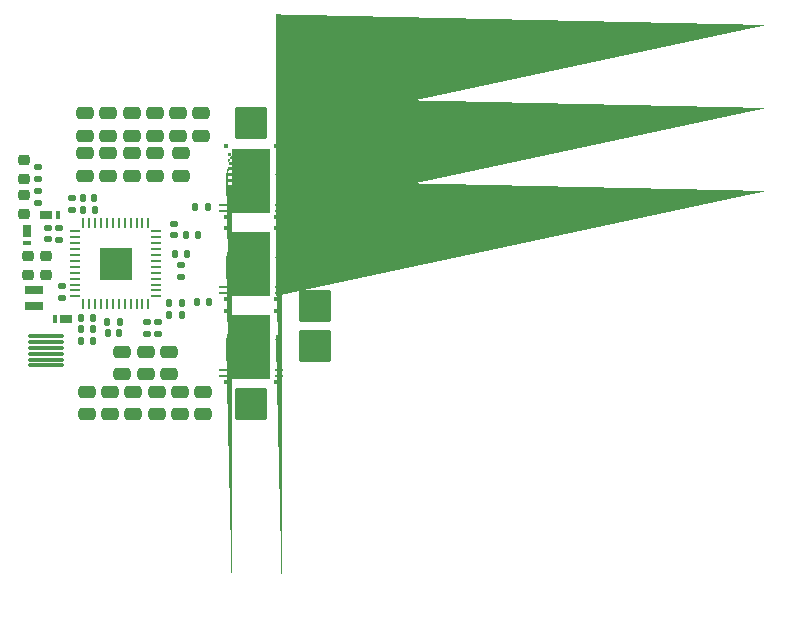
<source format=gbr>
%TF.GenerationSoftware,KiCad,Pcbnew,7.0.7*%
%TF.CreationDate,2023-12-28T18:43:45-05:00*%
%TF.ProjectId,O32controller,4f333263-6f6e-4747-926f-6c6c65722e6b,3*%
%TF.SameCoordinates,Original*%
%TF.FileFunction,Soldermask,Top*%
%TF.FilePolarity,Negative*%
%FSLAX46Y46*%
G04 Gerber Fmt 4.6, Leading zero omitted, Abs format (unit mm)*
G04 Created by KiCad (PCBNEW 7.0.7) date 2023-12-28 18:43:45*
%MOMM*%
%LPD*%
G01*
G04 APERTURE LIST*
G04 Aperture macros list*
%AMRoundRect*
0 Rectangle with rounded corners*
0 $1 Rounding radius*
0 $2 $3 $4 $5 $6 $7 $8 $9 X,Y pos of 4 corners*
0 Add a 4 corners polygon primitive as box body*
4,1,4,$2,$3,$4,$5,$6,$7,$8,$9,$2,$3,0*
0 Add four circle primitives for the rounded corners*
1,1,$1+$1,$2,$3*
1,1,$1+$1,$4,$5*
1,1,$1+$1,$6,$7*
1,1,$1+$1,$8,$9*
0 Add four rect primitives between the rounded corners*
20,1,$1+$1,$2,$3,$4,$5,0*
20,1,$1+$1,$4,$5,$6,$7,0*
20,1,$1+$1,$6,$7,$8,$9,0*
20,1,$1+$1,$8,$9,$2,$3,0*%
%AMFreePoly0*
4,1,78,0.535355,2.120355,0.550000,2.085000,0.550000,1.935000,0.535355,1.899645,0.500000,1.885000,0.150000,1.885000,0.150000,1.635000,0.500000,1.635000,0.535355,1.620355,0.550000,1.585000,0.550000,1.435000,0.535355,1.399645,0.500000,1.385000,0.150000,1.385000,0.150000,1.135000,0.500000,1.135000,0.535355,1.120355,0.550000,1.085000,0.550000,0.935000,0.535355,0.899645,
0.500000,0.885000,0.150000,0.885000,0.150000,0.635000,0.500000,0.635000,0.535355,0.620355,0.550000,0.585000,0.550000,0.435000,0.535355,0.399645,0.500000,0.385000,0.150000,0.385000,0.150000,0.135000,0.500000,0.135000,0.535355,0.120355,0.550000,0.085000,0.550000,-0.065000,0.535355,-0.100355,0.500000,-0.115000,0.150000,-0.115000,0.150000,-0.365000,0.500000,-0.365000,
0.535355,-0.379645,0.550000,-0.415000,0.550000,-0.565000,0.535355,-0.600355,0.500000,-0.615000,0.150000,-0.615000,0.150000,-0.865000,0.500000,-0.865000,0.535355,-0.879645,0.550000,-0.915000,0.550000,-1.065000,0.535355,-1.100355,0.500000,-1.115000,0.150000,-1.115000,0.150000,-1.365000,0.500000,-1.365000,0.535355,-1.379645,0.550000,-1.415000,0.550000,-1.565000,0.535355,-1.600355,
0.500000,-1.615000,0.150000,-1.615000,0.150000,-1.865000,0.500000,-1.865000,0.535355,-1.879645,0.550000,-1.915000,0.550000,-2.065000,0.535355,-2.100355,0.500000,-2.115000,-0.100000,-2.115000,-0.102414,-2.114000,-0.150000,-2.114000,-0.150000,2.114000,-0.137987,2.114000,-0.135355,2.120355,-0.100000,2.135000,0.500000,2.135000,0.535355,2.120355,0.535355,2.120355,$1*%
G04 Aperture macros list end*
%ADD10RoundRect,0.075000X-1.425000X-0.075000X1.425000X-0.075000X1.425000X0.075000X-1.425000X0.075000X0*%
%ADD11RoundRect,0.250000X-0.475000X0.250000X-0.475000X-0.250000X0.475000X-0.250000X0.475000X0.250000X0*%
%ADD12RoundRect,0.250000X0.475000X-0.250000X0.475000X0.250000X-0.475000X0.250000X-0.475000X-0.250000X0*%
%ADD13R,0.385000X0.690000*%
%ADD14R,1.035000X0.690000*%
%ADD15RoundRect,0.269607X-1.105393X-1.105393X1.105393X-1.105393X1.105393X1.105393X-1.105393X1.105393X0*%
%ADD16RoundRect,0.218750X0.256250X-0.218750X0.256250X0.218750X-0.256250X0.218750X-0.256250X-0.218750X0*%
%ADD17RoundRect,0.140000X0.140000X0.170000X-0.140000X0.170000X-0.140000X-0.170000X0.140000X-0.170000X0*%
%ADD18RoundRect,0.225000X0.250000X-0.225000X0.250000X0.225000X-0.250000X0.225000X-0.250000X-0.225000X0*%
%ADD19RoundRect,0.135000X0.135000X0.185000X-0.135000X0.185000X-0.135000X-0.185000X0.135000X-0.185000X0*%
%ADD20RoundRect,0.062500X-0.375000X-0.062500X0.375000X-0.062500X0.375000X0.062500X-0.375000X0.062500X0*%
%ADD21RoundRect,0.062500X-0.062500X-0.375000X0.062500X-0.375000X0.062500X0.375000X-0.062500X0.375000X0*%
%ADD22R,2.800000X2.800000*%
%ADD23RoundRect,0.135000X0.185000X-0.135000X0.185000X0.135000X-0.185000X0.135000X-0.185000X-0.135000X0*%
%ADD24RoundRect,0.140000X-0.170000X0.140000X-0.170000X-0.140000X0.170000X-0.140000X0.170000X0.140000X0*%
%ADD25RoundRect,0.135000X-0.135000X-0.185000X0.135000X-0.185000X0.135000X0.185000X-0.135000X0.185000X0*%
%ADD26R,0.700001X0.249999*%
%ADD27FreePoly0,0.000000*%
%ADD28FreePoly0,180.000000*%
%ADD29R,0.429999X0.375001*%
%ADD30R,3.300001X5.399999*%
%ADD31R,1.600000X0.650000*%
%ADD32RoundRect,0.135000X-0.185000X0.135000X-0.185000X-0.135000X0.185000X-0.135000X0.185000X0.135000X0*%
%ADD33RoundRect,0.140000X0.170000X-0.140000X0.170000X0.140000X-0.170000X0.140000X-0.170000X-0.140000X0*%
%ADD34RoundRect,0.225000X-0.250000X0.225000X-0.250000X-0.225000X0.250000X-0.225000X0.250000X0.225000X0*%
%ADD35R,0.690000X0.385000*%
%ADD36R,0.690000X1.035000*%
G04 APERTURE END LIST*
D10*
%TO.C,J7*%
X2550000Y7400000D03*
X2550000Y6900000D03*
X2550000Y6400000D03*
X2550000Y5900000D03*
X2550000Y5400000D03*
X2550000Y4900000D03*
%TD*%
D11*
%TO.C,C36*%
X13925000Y2650000D03*
X13925000Y750000D03*
%TD*%
D12*
%TO.C,C25*%
X13775000Y24350000D03*
X13775000Y26250000D03*
%TD*%
D13*
%TO.C,D5*%
X3608500Y17600000D03*
D14*
X2616500Y17600000D03*
%TD*%
D15*
%TO.C,J3*%
X25350000Y9950000D03*
%TD*%
%TO.C,J11*%
X25350000Y13750000D03*
%TD*%
%TO.C,J2*%
X19950000Y25400000D03*
%TD*%
D16*
%TO.C,D6*%
X750000Y17725000D03*
X750000Y19300000D03*
%TD*%
D11*
%TO.C,C28*%
X7850000Y22850000D03*
X7850000Y20950000D03*
%TD*%
D17*
%TO.C,C20*%
X6680000Y19050000D03*
X5720000Y19050000D03*
%TD*%
D18*
%TO.C,C2*%
X1050000Y12575000D03*
X1050000Y14125000D03*
%TD*%
D19*
%TO.C,R22*%
X14560000Y14300000D03*
X13540000Y14300000D03*
%TD*%
D11*
%TO.C,C35*%
X11950000Y2650000D03*
X11950000Y750000D03*
%TD*%
%TO.C,C33*%
X8000000Y2650000D03*
X8000000Y750000D03*
%TD*%
D19*
%TO.C,R19*%
X8810000Y8600000D03*
X7790000Y8600000D03*
%TD*%
D20*
%TO.C,U1*%
X5062500Y16250000D03*
X5062500Y15750000D03*
X5062500Y15250000D03*
X5062500Y14750000D03*
X5062500Y14250000D03*
X5062500Y13750000D03*
X5062500Y13250000D03*
X5062500Y12750000D03*
X5062500Y12250000D03*
X5062500Y11750000D03*
X5062500Y11250000D03*
X5062500Y10750000D03*
D21*
X5750000Y10062500D03*
X6250000Y10062500D03*
X6750000Y10062500D03*
X7250000Y10062500D03*
X7750000Y10062500D03*
X8250000Y10062500D03*
X8750000Y10062500D03*
X9250000Y10062500D03*
X9750000Y10062500D03*
X10250000Y10062500D03*
X10750000Y10062500D03*
X11250000Y10062500D03*
D20*
X11937500Y10750000D03*
X11937500Y11250000D03*
X11937500Y11750000D03*
X11937500Y12250000D03*
X11937500Y12750000D03*
X11937500Y13250000D03*
X11937500Y13750000D03*
X11937500Y14250000D03*
X11937500Y14750000D03*
X11937500Y15250000D03*
X11937500Y15750000D03*
X11937500Y16250000D03*
D21*
X11250000Y16937500D03*
X10750000Y16937500D03*
X10250000Y16937500D03*
X9750000Y16937500D03*
X9250000Y16937500D03*
X8750000Y16937500D03*
X8250000Y16937500D03*
X7750000Y16937500D03*
X7250000Y16937500D03*
X6750000Y16937500D03*
X6250000Y16937500D03*
X5750000Y16937500D03*
D22*
X8500000Y13500000D03*
%TD*%
D11*
%TO.C,C29*%
X9825000Y22850000D03*
X9825000Y20950000D03*
%TD*%
D17*
%TO.C,C14*%
X8780000Y7650000D03*
X7820000Y7650000D03*
%TD*%
D11*
%TO.C,C27*%
X5875000Y22850000D03*
X5875000Y20950000D03*
%TD*%
D23*
%TO.C,R4*%
X11100000Y7580000D03*
X11100000Y8600000D03*
%TD*%
D24*
%TO.C,C5*%
X14050000Y13380000D03*
X14050000Y12420000D03*
%TD*%
D12*
%TO.C,C22*%
X7850000Y24350000D03*
X7850000Y26250000D03*
%TD*%
D25*
%TO.C,R8*%
X5540000Y7950000D03*
X6560000Y7950000D03*
%TD*%
%TO.C,R29*%
X13040000Y9200000D03*
X14060000Y9200000D03*
%TD*%
D26*
%TO.C,Q2*%
X22300000Y11000000D03*
X22300000Y11499999D03*
D27*
X22100000Y13989000D03*
D28*
X17800000Y14010000D03*
D26*
X17600000Y11499999D03*
X17600000Y11000000D03*
D29*
X22065000Y10487001D03*
X22065000Y16512999D03*
X17835000Y16512999D03*
X17835000Y10487001D03*
D30*
X19950000Y13500000D03*
%TD*%
D23*
%TO.C,R2*%
X1950000Y20690000D03*
X1950000Y21710000D03*
%TD*%
D24*
%TO.C,C4*%
X13400000Y16860000D03*
X13400000Y15900000D03*
%TD*%
D17*
%TO.C,C10*%
X6530000Y8900000D03*
X5570000Y8900000D03*
%TD*%
D31*
%TO.C,L1*%
X1550000Y11275000D03*
X1550000Y9925000D03*
%TD*%
D15*
%TO.C,J4*%
X25350000Y17150000D03*
%TD*%
D23*
%TO.C,R1*%
X1950000Y18640000D03*
X1950000Y19660000D03*
%TD*%
D26*
%TO.C,Q3*%
X22300000Y4000000D03*
X22300000Y4499999D03*
D27*
X22100000Y6989000D03*
D28*
X17800000Y7010000D03*
D26*
X17600000Y4499999D03*
X17600000Y4000000D03*
D29*
X22065000Y3487001D03*
X22065000Y9512999D03*
X17835000Y9512999D03*
X17835000Y3487001D03*
D30*
X19950000Y6500000D03*
%TD*%
D19*
%TO.C,R37*%
X6710000Y18100000D03*
X5690000Y18100000D03*
%TD*%
D15*
%TO.C,J10*%
X25350000Y20950000D03*
%TD*%
D32*
%TO.C,R28*%
X3700000Y16540000D03*
X3700000Y15520000D03*
%TD*%
D33*
%TO.C,C1*%
X4750000Y18100000D03*
X4750000Y19060000D03*
%TD*%
D12*
%TO.C,C38*%
X13000000Y4150000D03*
X13000000Y6050000D03*
%TD*%
D24*
%TO.C,C7*%
X12100000Y8560000D03*
X12100000Y7600000D03*
%TD*%
%TO.C,C6*%
X3900000Y11600000D03*
X3900000Y10640000D03*
%TD*%
D25*
%TO.C,R11*%
X14430000Y15950000D03*
X15450000Y15950000D03*
%TD*%
D12*
%TO.C,C24*%
X11800000Y24350000D03*
X11800000Y26250000D03*
%TD*%
%TO.C,C26*%
X15750000Y24350000D03*
X15750000Y26250000D03*
%TD*%
D11*
%TO.C,C34*%
X9975000Y2650000D03*
X9975000Y750000D03*
%TD*%
%TO.C,C30*%
X11800000Y22850000D03*
X11800000Y20950000D03*
%TD*%
D16*
%TO.C,D3*%
X750000Y20700000D03*
X750000Y22275000D03*
%TD*%
D12*
%TO.C,C23*%
X9825000Y24350000D03*
X9825000Y26250000D03*
%TD*%
%TO.C,C21*%
X5875000Y24350000D03*
X5875000Y26250000D03*
%TD*%
%TO.C,C39*%
X11025000Y4150000D03*
X11025000Y6050000D03*
%TD*%
D25*
%TO.C,R10*%
X5540000Y7000000D03*
X6560000Y7000000D03*
%TD*%
D11*
%TO.C,C31*%
X14050000Y22850000D03*
X14050000Y20950000D03*
%TD*%
D26*
%TO.C,Q1*%
X22300000Y18000000D03*
X22300000Y18499999D03*
D27*
X22100000Y20989000D03*
D28*
X17800000Y21010000D03*
D26*
X17600000Y18499999D03*
X17600000Y18000000D03*
D29*
X22065000Y17487001D03*
X22065000Y23512999D03*
X17835000Y23512999D03*
X17835000Y17487001D03*
D30*
X19950000Y20500000D03*
%TD*%
D19*
%TO.C,R13*%
X16260000Y18300000D03*
X15240000Y18300000D03*
%TD*%
D13*
%TO.C,D1*%
X3325500Y8800000D03*
D14*
X4317500Y8800000D03*
%TD*%
D15*
%TO.C,J1*%
X19950000Y1600000D03*
%TD*%
D12*
%TO.C,C40*%
X9050000Y4150000D03*
X9050000Y6050000D03*
%TD*%
D11*
%TO.C,C32*%
X6025000Y2650000D03*
X6025000Y750000D03*
%TD*%
%TO.C,C37*%
X15900000Y2650000D03*
X15900000Y750000D03*
%TD*%
D34*
%TO.C,C3*%
X2550000Y14125000D03*
X2550000Y12575000D03*
%TD*%
D35*
%TO.C,D4*%
X1000000Y15275500D03*
D36*
X1000000Y16267500D03*
%TD*%
D15*
%TO.C,J12*%
X25350000Y6550000D03*
%TD*%
D24*
%TO.C,C17*%
X2750000Y16530000D03*
X2750000Y15570000D03*
%TD*%
D19*
%TO.C,R31*%
X14060000Y10150000D03*
X13040000Y10150000D03*
%TD*%
D25*
%TO.C,R20*%
X15390000Y10250000D03*
X16410000Y10250000D03*
%TD*%
M02*

</source>
